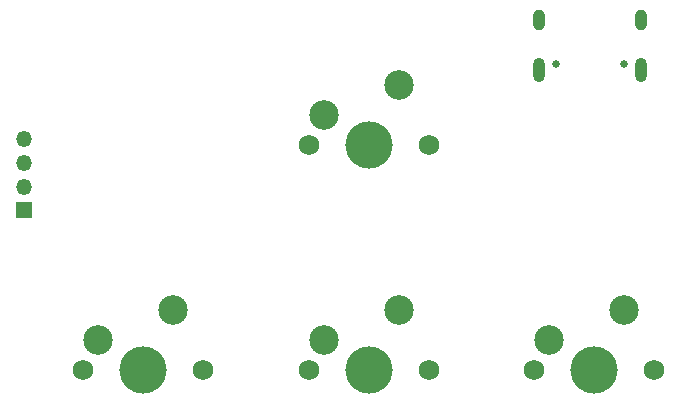
<source format=gbr>
%TF.GenerationSoftware,KiCad,Pcbnew,8.0.4-8.0.4-0~ubuntu20.04.1*%
%TF.CreationDate,2024-10-09T19:36:56+03:00*%
%TF.ProjectId,kbrd,6b627264-2e6b-4696-9361-645f70636258,rev?*%
%TF.SameCoordinates,Original*%
%TF.FileFunction,Soldermask,Bot*%
%TF.FilePolarity,Negative*%
%FSLAX46Y46*%
G04 Gerber Fmt 4.6, Leading zero omitted, Abs format (unit mm)*
G04 Created by KiCad (PCBNEW 8.0.4-8.0.4-0~ubuntu20.04.1) date 2024-10-09 19:36:56*
%MOMM*%
%LPD*%
G01*
G04 APERTURE LIST*
%ADD10C,1.750000*%
%ADD11C,4.000000*%
%ADD12C,2.500000*%
%ADD13R,1.350000X1.350000*%
%ADD14O,1.350000X1.350000*%
%ADD15C,0.650000*%
%ADD16O,1.000000X2.100000*%
%ADD17O,1.000000X1.800000*%
G04 APERTURE END LIST*
D10*
%TO.C,SW3*%
X149720000Y-104300000D03*
D11*
X154800000Y-104300000D03*
D10*
X159880000Y-104300000D03*
D12*
X150990000Y-101760000D03*
X157340000Y-99220000D03*
%TD*%
D10*
%TO.C,SW2*%
X130610000Y-104300000D03*
D11*
X135690000Y-104300000D03*
D10*
X140770000Y-104300000D03*
D12*
X131880000Y-101760000D03*
X138230000Y-99220000D03*
%TD*%
D10*
%TO.C,SW1*%
X149720000Y-85300000D03*
D11*
X154800000Y-85300000D03*
D10*
X159880000Y-85300000D03*
D12*
X150990000Y-82760000D03*
X157340000Y-80220000D03*
%TD*%
D10*
%TO.C,SW4*%
X168800000Y-104300000D03*
D11*
X173880000Y-104300000D03*
D10*
X178960000Y-104300000D03*
D12*
X170070000Y-101760000D03*
X176420000Y-99220000D03*
%TD*%
D13*
%TO.C,J2*%
X125600000Y-90800000D03*
D14*
X125600000Y-88800000D03*
X125600000Y-86800000D03*
X125600000Y-84800000D03*
%TD*%
D15*
%TO.C,J1*%
X176370000Y-78400000D03*
X170590000Y-78400000D03*
D16*
X177800000Y-78900000D03*
D17*
X177800000Y-74720000D03*
D16*
X169160000Y-78900000D03*
D17*
X169160000Y-74720000D03*
%TD*%
M02*

</source>
